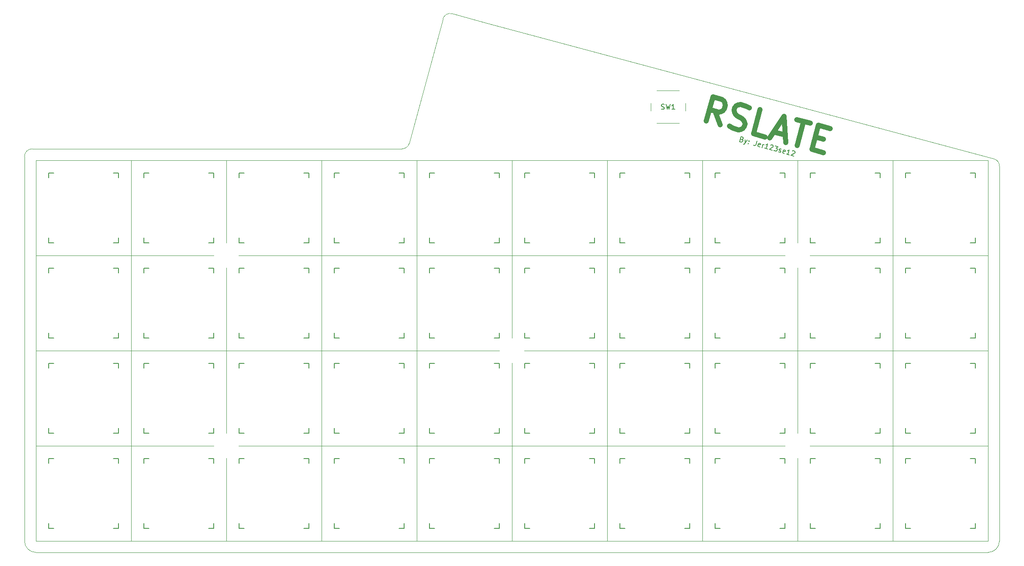
<source format=gto>
G04 #@! TF.GenerationSoftware,KiCad,Pcbnew,6.0.7-f9a2dced07~116~ubuntu20.04.1*
G04 #@! TF.CreationDate,2022-09-22T21:47:26+08:00*
G04 #@! TF.ProjectId,V4,56342e6b-6963-4616-945f-706362585858,rev?*
G04 #@! TF.SameCoordinates,Original*
G04 #@! TF.FileFunction,Legend,Top*
G04 #@! TF.FilePolarity,Positive*
%FSLAX46Y46*%
G04 Gerber Fmt 4.6, Leading zero omitted, Abs format (unit mm)*
G04 Created by KiCad (PCBNEW 6.0.7-f9a2dced07~116~ubuntu20.04.1) date 2022-09-22 21:47:26*
%MOMM*%
%LPD*%
G01*
G04 APERTURE LIST*
G04 Aperture macros list*
%AMRotRect*
0 Rectangle, with rotation*
0 The origin of the aperture is its center*
0 $1 length*
0 $2 width*
0 $3 Rotation angle, in degrees counterclockwise*
0 Add horizontal line*
21,1,$1,$2,0,0,$3*%
G04 Aperture macros list end*
G04 #@! TA.AperFunction,Profile*
%ADD10C,0.050000*%
G04 #@! TD*
%ADD11C,1.000000*%
%ADD12C,0.150000*%
%ADD13C,0.120000*%
%ADD14C,1.701800*%
%ADD15C,3.000000*%
%ADD16C,3.987800*%
%ADD17C,2.286000*%
%ADD18C,5.000000*%
%ADD19C,2.000000*%
%ADD20RotRect,1.600000X1.600000X45.000000*%
%ADD21C,1.600000*%
%ADD22C,1.524000*%
G04 APERTURE END LIST*
D10*
X59436000Y-154686000D02*
X59436000Y-78486000D01*
X59436000Y-154686000D02*
G75*
G03*
X61722000Y-156972000I2286000J0D01*
G01*
X134962250Y-76200000D02*
X131178300Y-76200000D01*
X134962250Y-76200047D02*
G75*
G03*
X136434319Y-75070441I-50J1524047D01*
G01*
X60960000Y-76200000D02*
G75*
G03*
X59436000Y-77724000I0J-1524000D01*
G01*
X61722000Y-76200000D02*
X131178300Y-76200000D01*
X61722000Y-76200000D02*
X60960000Y-76200000D01*
X252222000Y-156972000D02*
X61722000Y-156972000D01*
X254507993Y-79667100D02*
G75*
G03*
X253365350Y-78179844I-1523993J11700D01*
G01*
X252222000Y-156972000D02*
G75*
G03*
X254508000Y-154686000I0J2286000D01*
G01*
X59436000Y-77724000D02*
X59436000Y-78486000D01*
X145016441Y-49147744D02*
X151738470Y-50953142D01*
X145016443Y-49147735D02*
G75*
G03*
X143149931Y-50225373I-394443J-1472065D01*
G01*
X254507999Y-79667100D02*
X254508000Y-154686000D01*
X151738470Y-50953142D02*
X253365350Y-78179844D01*
X143149931Y-50225373D02*
X136434319Y-75070441D01*
D11*
X198624355Y-71402224D02*
X197630715Y-68671035D01*
X195864567Y-70662741D02*
X197158663Y-65833112D01*
X198998521Y-66326100D01*
X199396862Y-66679330D01*
X199565221Y-66970936D01*
X199671956Y-67492524D01*
X199487086Y-68182471D01*
X199133856Y-68580812D01*
X198842250Y-68749171D01*
X198320662Y-68855906D01*
X196480803Y-68362917D01*
X200525838Y-71665230D02*
X201154161Y-72080083D01*
X202304073Y-72388201D01*
X202825661Y-72281466D01*
X203117267Y-72113107D01*
X203470497Y-71714766D01*
X203593744Y-71254801D01*
X203487009Y-70733213D01*
X203318650Y-70441607D01*
X202920309Y-70088378D01*
X202062003Y-69611901D01*
X201663662Y-69258672D01*
X201495303Y-68967066D01*
X201388568Y-68445477D01*
X201511815Y-67985513D01*
X201865045Y-67587172D01*
X202156650Y-67418813D01*
X202678239Y-67312078D01*
X203828150Y-67620196D01*
X204456474Y-68035049D01*
X207593667Y-73805544D02*
X205293843Y-73189308D01*
X206587938Y-68359679D01*
X209343302Y-72795391D02*
X211643126Y-73411627D01*
X208513596Y-74052038D02*
X211417568Y-69653774D01*
X211733349Y-74914768D01*
X213947373Y-70331633D02*
X216707161Y-71071116D01*
X214033172Y-75531004D02*
X215327267Y-70701375D01*
X217700802Y-73802305D02*
X219310678Y-74233670D01*
X219322766Y-76948346D02*
X217022943Y-76332110D01*
X218317038Y-71502481D01*
X220616861Y-72118717D01*
D12*
X202999977Y-74311924D02*
X203125642Y-74394894D01*
X203159313Y-74453215D01*
X203180660Y-74557533D01*
X203143686Y-74695522D01*
X203073040Y-74775191D01*
X203014719Y-74808862D01*
X202910401Y-74830209D01*
X202542430Y-74731612D01*
X202801249Y-73765686D01*
X203123224Y-73851959D01*
X203202892Y-73922605D01*
X203236564Y-73980926D01*
X203257911Y-74085244D01*
X203233262Y-74177237D01*
X203162616Y-74256905D01*
X203104295Y-74290577D01*
X202999977Y-74311924D01*
X202678002Y-74225651D01*
X203588909Y-74321831D02*
X203646345Y-75027405D01*
X204048873Y-74445078D02*
X203646345Y-75027405D01*
X203492728Y-75232738D01*
X203434407Y-75266410D01*
X203330090Y-75287757D01*
X204268948Y-75095633D02*
X204302620Y-75153955D01*
X204244299Y-75187626D01*
X204210627Y-75129305D01*
X204268948Y-75095633D01*
X204244299Y-75187626D01*
X204404520Y-74589672D02*
X204438192Y-74647993D01*
X204379871Y-74681665D01*
X204346199Y-74623344D01*
X204404520Y-74589672D01*
X204379871Y-74681665D01*
X205975005Y-74616091D02*
X205790134Y-75306038D01*
X205707164Y-75431703D01*
X205590521Y-75499047D01*
X205440207Y-75508069D01*
X205348214Y-75483419D01*
X206556447Y-75757866D02*
X206452129Y-75779213D01*
X206268144Y-75729914D01*
X206188475Y-75659268D01*
X206167128Y-75554950D01*
X206265726Y-75186978D01*
X206336372Y-75107310D01*
X206440690Y-75085963D01*
X206624676Y-75135262D01*
X206704344Y-75205908D01*
X206725691Y-75310226D01*
X206701041Y-75402219D01*
X206216427Y-75370964D01*
X207004087Y-75927109D02*
X207176633Y-75283159D01*
X207127334Y-75467145D02*
X207197980Y-75387476D01*
X207256301Y-75353805D01*
X207360619Y-75332458D01*
X207452612Y-75357107D01*
X208108002Y-76222902D02*
X207556045Y-76075006D01*
X207832024Y-76148954D02*
X208090843Y-75183028D01*
X207961875Y-75296368D01*
X207845233Y-75363712D01*
X207740915Y-75385059D01*
X208710144Y-75447567D02*
X208768465Y-75413896D01*
X208872783Y-75392549D01*
X209102765Y-75454172D01*
X209182433Y-75524818D01*
X209216105Y-75583139D01*
X209237452Y-75687457D01*
X209212802Y-75779450D01*
X209129832Y-75905114D01*
X208429978Y-76309175D01*
X209027932Y-76469397D01*
X209608726Y-75589744D02*
X210206680Y-75749965D01*
X209786107Y-76031664D01*
X209924096Y-76068638D01*
X210003765Y-76139284D01*
X210037436Y-76197605D01*
X210058783Y-76301923D01*
X209997160Y-76531905D01*
X209926514Y-76611573D01*
X209868193Y-76645245D01*
X209763875Y-76666592D01*
X209487896Y-76592644D01*
X209408228Y-76521998D01*
X209374556Y-76463677D01*
X210328158Y-76768492D02*
X210407826Y-76839138D01*
X210591812Y-76888437D01*
X210696129Y-76867090D01*
X210766775Y-76787422D01*
X210779100Y-76741425D01*
X210757753Y-76637108D01*
X210678085Y-76566462D01*
X210540095Y-76529488D01*
X210460427Y-76458842D01*
X210439080Y-76354524D01*
X210451405Y-76308528D01*
X210522051Y-76228859D01*
X210626368Y-76207512D01*
X210764358Y-76244487D01*
X210844026Y-76315132D01*
X211524066Y-77088935D02*
X211419748Y-77110282D01*
X211235762Y-77060983D01*
X211156094Y-76990337D01*
X211134747Y-76886020D01*
X211233345Y-76518048D01*
X211303991Y-76438380D01*
X211408308Y-76417033D01*
X211592294Y-76466331D01*
X211671962Y-76536977D01*
X211693309Y-76641295D01*
X211668660Y-76733288D01*
X211184046Y-76702034D01*
X212477667Y-77393751D02*
X211925709Y-77245854D01*
X212201688Y-77319802D02*
X212460507Y-76353876D01*
X212331540Y-76467216D01*
X212214898Y-76534560D01*
X212110580Y-76555907D01*
X213079808Y-76618415D02*
X213138129Y-76584744D01*
X213242447Y-76563397D01*
X213472429Y-76625020D01*
X213552098Y-76695666D01*
X213585769Y-76753987D01*
X213607116Y-76858305D01*
X213582467Y-76950298D01*
X213499496Y-77075963D01*
X212799642Y-77480024D01*
X213397596Y-77640245D01*
X186880666Y-68222761D02*
X187023523Y-68270380D01*
X187261619Y-68270380D01*
X187356857Y-68222761D01*
X187404476Y-68175142D01*
X187452095Y-68079904D01*
X187452095Y-67984666D01*
X187404476Y-67889428D01*
X187356857Y-67841809D01*
X187261619Y-67794190D01*
X187071142Y-67746571D01*
X186975904Y-67698952D01*
X186928285Y-67651333D01*
X186880666Y-67556095D01*
X186880666Y-67460857D01*
X186928285Y-67365619D01*
X186975904Y-67318000D01*
X187071142Y-67270380D01*
X187309238Y-67270380D01*
X187452095Y-67318000D01*
X187785428Y-67270380D02*
X188023523Y-68270380D01*
X188214000Y-67556095D01*
X188404476Y-68270380D01*
X188642571Y-67270380D01*
X189547333Y-68270380D02*
X188975904Y-68270380D01*
X189261619Y-68270380D02*
X189261619Y-67270380D01*
X189166380Y-67413238D01*
X189071142Y-67508476D01*
X188975904Y-67556095D01*
X230647000Y-138161000D02*
X229647000Y-138161000D01*
X229647000Y-152161000D02*
X230647000Y-152161000D01*
X216647000Y-139161000D02*
X216647000Y-138161000D01*
X230647000Y-151161000D02*
X230647000Y-152161000D01*
X230647000Y-138161000D02*
X230647000Y-139161000D01*
D13*
X233172000Y-154686000D02*
X214122000Y-154686000D01*
X214122000Y-154686000D02*
X214122000Y-135636000D01*
X214122000Y-135636000D02*
X233172000Y-135636000D01*
D12*
X216647000Y-152161000D02*
X217647000Y-152161000D01*
X230647000Y-152161000D02*
X229647000Y-152161000D01*
D13*
X233172000Y-135636000D02*
X233172000Y-154686000D01*
D12*
X217647000Y-138161000D02*
X216647000Y-138161000D01*
X216647000Y-152161000D02*
X216647000Y-151161000D01*
X217647001Y-100061000D02*
X216647001Y-100061000D01*
X230647001Y-113061000D02*
X230647001Y-114061000D01*
D13*
X233172001Y-116586000D02*
X214122001Y-116586000D01*
X214122001Y-97536000D02*
X233172001Y-97536000D01*
D12*
X230647001Y-100061000D02*
X229647001Y-100061000D01*
D13*
X233172001Y-97536000D02*
X233172001Y-116586000D01*
D12*
X216647001Y-101061000D02*
X216647001Y-100061000D01*
X216647001Y-114061000D02*
X216647001Y-113061000D01*
D13*
X214122001Y-116586000D02*
X214122001Y-97536000D01*
D12*
X216647001Y-114061000D02*
X217647001Y-114061000D01*
X230647001Y-100061000D02*
X230647001Y-101061000D01*
X230647001Y-114061000D02*
X229647001Y-114061000D01*
X229647001Y-114061000D02*
X230647001Y-114061000D01*
D13*
X156972000Y-97536000D02*
X156972000Y-116586000D01*
D12*
X140447000Y-101061000D02*
X140447000Y-100061000D01*
X140447000Y-114061000D02*
X141447000Y-114061000D01*
X154447000Y-113061000D02*
X154447000Y-114061000D01*
D13*
X137922000Y-116586000D02*
X137922000Y-97536000D01*
X156972000Y-116586000D02*
X137922000Y-116586000D01*
D12*
X140447000Y-114061000D02*
X140447000Y-113061000D01*
X154447000Y-114061000D02*
X153447000Y-114061000D01*
X154447000Y-100061000D02*
X153447000Y-100061000D01*
D13*
X137922000Y-97536000D02*
X156972000Y-97536000D01*
D12*
X154447000Y-100061000D02*
X154447000Y-101061000D01*
X141447000Y-100061000D02*
X140447000Y-100061000D01*
X153447000Y-114061000D02*
X154447000Y-114061000D01*
X248697000Y-152161000D02*
X249697000Y-152161000D01*
D13*
X252222000Y-154686000D02*
X233172000Y-154686000D01*
D12*
X235697000Y-139161000D02*
X235697000Y-138161000D01*
X236697000Y-138161000D02*
X235697000Y-138161000D01*
D13*
X252222000Y-135636000D02*
X252222000Y-154686000D01*
X233172000Y-154686000D02*
X233172000Y-135636000D01*
D12*
X249697000Y-152161000D02*
X248697000Y-152161000D01*
X249697000Y-138161000D02*
X248697000Y-138161000D01*
X249697000Y-151161000D02*
X249697000Y-152161000D01*
X235697000Y-152161000D02*
X236697000Y-152161000D01*
X249697000Y-138161000D02*
X249697000Y-139161000D01*
X235697000Y-152161000D02*
X235697000Y-151161000D01*
D13*
X233172000Y-135636000D02*
X252222000Y-135636000D01*
D12*
X135397000Y-81011000D02*
X135397000Y-82011000D01*
D13*
X118872000Y-97536000D02*
X118872000Y-78486000D01*
X118872000Y-78486000D02*
X137922000Y-78486000D01*
D12*
X121397000Y-95011000D02*
X122397000Y-95011000D01*
X134397000Y-95011000D02*
X135397000Y-95011000D01*
D13*
X137922000Y-78486000D02*
X137922000Y-97536000D01*
D12*
X121397000Y-82011000D02*
X121397000Y-81011000D01*
X135397000Y-81011000D02*
X134397000Y-81011000D01*
X135397000Y-95011000D02*
X134397000Y-95011000D01*
X121397000Y-95011000D02*
X121397000Y-94011000D01*
X135397000Y-94011000D02*
X135397000Y-95011000D01*
D13*
X137922000Y-97536000D02*
X118872000Y-97536000D01*
D12*
X122397000Y-81011000D02*
X121397000Y-81011000D01*
D13*
X118872000Y-116586000D02*
X137922000Y-116586000D01*
D12*
X135397000Y-119111000D02*
X135397000Y-120111000D01*
X134397000Y-133111000D02*
X135397000Y-133111000D01*
X121397000Y-120111000D02*
X121397000Y-119111000D01*
X135397000Y-133111000D02*
X134397000Y-133111000D01*
X135397000Y-119111000D02*
X134397000Y-119111000D01*
D13*
X137922000Y-135636000D02*
X118872000Y-135636000D01*
D12*
X122397000Y-119111000D02*
X121397000Y-119111000D01*
X135397000Y-132111000D02*
X135397000Y-133111000D01*
X121397000Y-133111000D02*
X122397000Y-133111000D01*
D13*
X137922000Y-116586000D02*
X137922000Y-135636000D01*
X118872000Y-135636000D02*
X118872000Y-116586000D01*
D12*
X121397000Y-133111000D02*
X121397000Y-132111000D01*
X135397000Y-138161000D02*
X134397000Y-138161000D01*
D13*
X137922000Y-154686000D02*
X118872000Y-154686000D01*
D12*
X121397000Y-152161000D02*
X121397000Y-151161000D01*
X135397000Y-138161000D02*
X135397000Y-139161000D01*
X121397000Y-152161000D02*
X122397000Y-152161000D01*
X121397000Y-139161000D02*
X121397000Y-138161000D01*
D13*
X118872000Y-135636000D02*
X137922000Y-135636000D01*
D12*
X135397000Y-152161000D02*
X134397000Y-152161000D01*
D13*
X118872000Y-154686000D02*
X118872000Y-135636000D01*
D12*
X135397000Y-151161000D02*
X135397000Y-152161000D01*
X134397000Y-152161000D02*
X135397000Y-152161000D01*
D13*
X137922000Y-135636000D02*
X137922000Y-154686000D01*
D12*
X122397000Y-138161000D02*
X121397000Y-138161000D01*
X178547000Y-95011000D02*
X179547000Y-95011000D01*
X192547000Y-81011000D02*
X191547000Y-81011000D01*
D13*
X195072000Y-78486000D02*
X195072000Y-97536000D01*
X195072000Y-97536000D02*
X176022000Y-97536000D01*
D12*
X192547000Y-81011000D02*
X192547000Y-82011000D01*
X179547000Y-81011000D02*
X178547000Y-81011000D01*
D13*
X176022000Y-78486000D02*
X195072000Y-78486000D01*
D12*
X178547000Y-95011000D02*
X178547000Y-94011000D01*
X178547000Y-82011000D02*
X178547000Y-81011000D01*
X191547000Y-95011000D02*
X192547000Y-95011000D01*
X192547000Y-95011000D02*
X191547000Y-95011000D01*
X192547000Y-94011000D02*
X192547000Y-95011000D01*
D13*
X176022000Y-97536000D02*
X176022000Y-78486000D01*
D12*
X178547000Y-114061000D02*
X178547000Y-113061000D01*
X192547000Y-113061000D02*
X192547000Y-114061000D01*
X191547000Y-114061000D02*
X192547000Y-114061000D01*
D13*
X176022000Y-97536000D02*
X195072000Y-97536000D01*
X195072000Y-97536000D02*
X195072000Y-116586000D01*
D12*
X192547000Y-114061000D02*
X191547000Y-114061000D01*
X192547000Y-100061000D02*
X192547000Y-101061000D01*
X192547000Y-100061000D02*
X191547000Y-100061000D01*
X178547000Y-101061000D02*
X178547000Y-100061000D01*
X179547000Y-100061000D02*
X178547000Y-100061000D01*
D13*
X176022000Y-116586000D02*
X176022000Y-97536000D01*
D12*
X178547000Y-114061000D02*
X179547000Y-114061000D01*
D13*
X195072000Y-116586000D02*
X176022000Y-116586000D01*
X195072000Y-78486000D02*
X214122000Y-78486000D01*
D12*
X211597000Y-81011000D02*
X210597000Y-81011000D01*
X211597000Y-95011000D02*
X210597000Y-95011000D01*
D13*
X195072000Y-97536000D02*
X195072000Y-78486000D01*
D12*
X197597000Y-95011000D02*
X198597000Y-95011000D01*
X197597000Y-95011000D02*
X197597000Y-94011000D01*
X197597000Y-82011000D02*
X197597000Y-81011000D01*
D13*
X214122000Y-78486000D02*
X214122000Y-97536000D01*
D12*
X211597000Y-81011000D02*
X211597000Y-82011000D01*
X198597000Y-81011000D02*
X197597000Y-81011000D01*
D13*
X214122000Y-97536000D02*
X195072000Y-97536000D01*
D12*
X210597000Y-95011000D02*
X211597000Y-95011000D01*
X211597000Y-94011000D02*
X211597000Y-95011000D01*
X154447000Y-119111000D02*
X154447000Y-120111000D01*
D13*
X137922000Y-116586000D02*
X156972000Y-116586000D01*
X156972000Y-135636000D02*
X137922000Y-135636000D01*
X156972000Y-116586000D02*
X156972000Y-135636000D01*
D12*
X154447000Y-133111000D02*
X153447000Y-133111000D01*
X140447000Y-120111000D02*
X140447000Y-119111000D01*
D13*
X137922000Y-135636000D02*
X137922000Y-116586000D01*
D12*
X154447000Y-119111000D02*
X153447000Y-119111000D01*
X140447000Y-133111000D02*
X141447000Y-133111000D01*
X153447000Y-133111000D02*
X154447000Y-133111000D01*
X141447000Y-119111000D02*
X140447000Y-119111000D01*
X154447000Y-132111000D02*
X154447000Y-133111000D01*
X140447000Y-133111000D02*
X140447000Y-132111000D01*
X116347001Y-100061000D02*
X115347001Y-100061000D01*
X102347001Y-114061000D02*
X103347001Y-114061000D01*
D13*
X118872001Y-97536000D02*
X118872001Y-116586000D01*
D12*
X116347001Y-114061000D02*
X115347001Y-114061000D01*
D13*
X118872001Y-116586000D02*
X99822001Y-116586000D01*
D12*
X116347001Y-100061000D02*
X116347001Y-101061000D01*
X102347001Y-114061000D02*
X102347001Y-113061000D01*
X116347001Y-113061000D02*
X116347001Y-114061000D01*
X115347001Y-114061000D02*
X116347001Y-114061000D01*
D13*
X99822001Y-97536000D02*
X118872001Y-97536000D01*
X99822001Y-116586000D02*
X99822001Y-97536000D01*
D12*
X103347001Y-100061000D02*
X102347001Y-100061000D01*
X102347001Y-101061000D02*
X102347001Y-100061000D01*
X236697000Y-119111000D02*
X235697000Y-119111000D01*
X235697000Y-120111000D02*
X235697000Y-119111000D01*
X248697000Y-133111000D02*
X249697000Y-133111000D01*
X235697000Y-133111000D02*
X235697000Y-132111000D01*
X249697000Y-132111000D02*
X249697000Y-133111000D01*
X249697000Y-119111000D02*
X249697000Y-120111000D01*
D13*
X233172000Y-135636000D02*
X233172000Y-116586000D01*
X233172000Y-116586000D02*
X252222000Y-116586000D01*
D12*
X249697000Y-133111000D02*
X248697000Y-133111000D01*
X249697000Y-119111000D02*
X248697000Y-119111000D01*
X235697000Y-133111000D02*
X236697000Y-133111000D01*
D13*
X252222000Y-116586000D02*
X252222000Y-135636000D01*
X252222000Y-135636000D02*
X233172000Y-135636000D01*
X99822000Y-135636001D02*
X80772000Y-135636001D01*
D12*
X97297000Y-133111001D02*
X96297000Y-133111001D01*
D13*
X99822000Y-116586001D02*
X99822000Y-135636001D01*
D12*
X83297000Y-133111001D02*
X83297000Y-132111001D01*
X96297000Y-133111001D02*
X97297000Y-133111001D01*
X83297000Y-133111001D02*
X84297000Y-133111001D01*
D13*
X80772000Y-135636001D02*
X80772000Y-116586001D01*
D12*
X84297000Y-119111001D02*
X83297000Y-119111001D01*
X83297000Y-120111001D02*
X83297000Y-119111001D01*
X97297000Y-119111001D02*
X96297000Y-119111001D01*
D13*
X80772000Y-116586001D02*
X99822000Y-116586001D01*
D12*
X97297000Y-132111001D02*
X97297000Y-133111001D01*
X97297000Y-119111001D02*
X97297000Y-120111001D01*
X116347000Y-138161000D02*
X115347000Y-138161000D01*
X116347000Y-152161000D02*
X115347000Y-152161000D01*
X115347000Y-152161000D02*
X116347000Y-152161000D01*
X102347000Y-152161000D02*
X103347000Y-152161000D01*
D13*
X99822000Y-135636000D02*
X118872000Y-135636000D01*
D12*
X103347000Y-138161000D02*
X102347000Y-138161000D01*
D13*
X118872000Y-154686000D02*
X99822000Y-154686000D01*
X118872000Y-135636000D02*
X118872000Y-154686000D01*
X99822000Y-154686000D02*
X99822000Y-135636000D01*
D12*
X116347000Y-138161000D02*
X116347000Y-139161000D01*
X102347000Y-139161000D02*
X102347000Y-138161000D01*
X116347000Y-151161000D02*
X116347000Y-152161000D01*
X102347000Y-152161000D02*
X102347000Y-151161000D01*
X102347000Y-95011000D02*
X103347000Y-95011000D01*
X116347000Y-81011000D02*
X115347000Y-81011000D01*
X116347000Y-95011000D02*
X115347000Y-95011000D01*
X102347000Y-95011000D02*
X102347000Y-94011000D01*
X103347000Y-81011000D02*
X102347000Y-81011000D01*
X116347000Y-94011000D02*
X116347000Y-95011000D01*
D13*
X118872000Y-97536000D02*
X99822000Y-97536000D01*
X99822000Y-78486000D02*
X118872000Y-78486000D01*
X99822000Y-97536000D02*
X99822000Y-78486000D01*
D12*
X116347000Y-81011000D02*
X116347000Y-82011000D01*
X115347000Y-95011000D02*
X116347000Y-95011000D01*
D13*
X118872000Y-78486000D02*
X118872000Y-97536000D01*
D12*
X102347000Y-82011000D02*
X102347000Y-81011000D01*
X83297000Y-139161000D02*
X83297000Y-138161000D01*
X83297000Y-152161000D02*
X84297000Y-152161000D01*
D13*
X80772000Y-154686000D02*
X80772000Y-135636000D01*
D12*
X96297000Y-152161000D02*
X97297000Y-152161000D01*
X97297000Y-138161000D02*
X96297000Y-138161000D01*
D13*
X80772000Y-135636000D02*
X99822000Y-135636000D01*
D12*
X84297000Y-138161000D02*
X83297000Y-138161000D01*
X97297000Y-151161000D02*
X97297000Y-152161000D01*
X83297000Y-152161000D02*
X83297000Y-151161000D01*
D13*
X99822000Y-135636000D02*
X99822000Y-154686000D01*
D12*
X97297000Y-138161000D02*
X97297000Y-139161000D01*
X97297000Y-152161000D02*
X96297000Y-152161000D01*
D13*
X99822000Y-154686000D02*
X80772000Y-154686000D01*
X233172000Y-78486000D02*
X252222000Y-78486000D01*
D12*
X235697000Y-95011000D02*
X236697000Y-95011000D01*
D13*
X252222000Y-97536000D02*
X233172000Y-97536000D01*
D12*
X235697000Y-95011000D02*
X235697000Y-94011000D01*
X248697000Y-95011000D02*
X249697000Y-95011000D01*
X249697000Y-81011000D02*
X249697000Y-82011000D01*
X236697000Y-81011000D02*
X235697000Y-81011000D01*
D13*
X233172000Y-97536000D02*
X233172000Y-78486000D01*
D12*
X249697000Y-94011000D02*
X249697000Y-95011000D01*
X249697000Y-81011000D02*
X248697000Y-81011000D01*
D13*
X252222000Y-78486000D02*
X252222000Y-97536000D01*
D12*
X235697000Y-82011000D02*
X235697000Y-81011000D01*
X249697000Y-95011000D02*
X248697000Y-95011000D01*
X173497000Y-133111000D02*
X172497000Y-133111000D01*
X160497000Y-119111000D02*
X159497000Y-119111000D01*
D13*
X156972000Y-135636000D02*
X156972000Y-116586000D01*
D12*
X173497000Y-132111000D02*
X173497000Y-133111000D01*
X159497000Y-133111000D02*
X160497000Y-133111000D01*
D13*
X176022000Y-135636000D02*
X156972000Y-135636000D01*
X156972000Y-116586000D02*
X176022000Y-116586000D01*
X176022000Y-116586000D02*
X176022000Y-135636000D01*
D12*
X159497000Y-120111000D02*
X159497000Y-119111000D01*
X159497000Y-133111000D02*
X159497000Y-132111000D01*
X173497000Y-119111000D02*
X173497000Y-120111000D01*
X173497000Y-119111000D02*
X172497000Y-119111000D01*
X172497000Y-133111000D02*
X173497000Y-133111000D01*
X154447000Y-81011000D02*
X154447000Y-82011000D01*
X140447000Y-95011000D02*
X141447000Y-95011000D01*
D13*
X137922000Y-78486000D02*
X156972000Y-78486000D01*
D12*
X153447000Y-95011000D02*
X154447000Y-95011000D01*
D13*
X137922000Y-97536000D02*
X137922000Y-78486000D01*
D12*
X140447000Y-95011000D02*
X140447000Y-94011000D01*
D13*
X156972000Y-97536000D02*
X137922000Y-97536000D01*
X156972000Y-78486000D02*
X156972000Y-97536000D01*
D12*
X154447000Y-95011000D02*
X153447000Y-95011000D01*
X140447000Y-82011000D02*
X140447000Y-81011000D01*
X154447000Y-81011000D02*
X153447000Y-81011000D01*
X154447000Y-94011000D02*
X154447000Y-95011000D01*
X141447000Y-81011000D02*
X140447000Y-81011000D01*
D13*
X156972000Y-135636000D02*
X156972000Y-154686000D01*
D12*
X140447000Y-152161000D02*
X140447000Y-151161000D01*
X154447000Y-151161000D02*
X154447000Y-152161000D01*
D13*
X137922000Y-135636000D02*
X156972000Y-135636000D01*
D12*
X154447000Y-138161000D02*
X154447000Y-139161000D01*
X141447000Y-138161000D02*
X140447000Y-138161000D01*
X140447000Y-139161000D02*
X140447000Y-138161000D01*
X153447000Y-152161000D02*
X154447000Y-152161000D01*
D13*
X156972000Y-154686000D02*
X137922000Y-154686000D01*
D12*
X154447000Y-138161000D02*
X153447000Y-138161000D01*
X154447000Y-152161000D02*
X153447000Y-152161000D01*
D13*
X137922000Y-154686000D02*
X137922000Y-135636000D01*
D12*
X140447000Y-152161000D02*
X141447000Y-152161000D01*
X97296999Y-114061000D02*
X96296999Y-114061000D01*
X96296999Y-114061000D02*
X97296999Y-114061000D01*
X97296999Y-113061000D02*
X97296999Y-114061000D01*
X83296999Y-114061000D02*
X83296999Y-113061000D01*
D13*
X80771999Y-97536000D02*
X99821999Y-97536000D01*
D12*
X97296999Y-100061000D02*
X96296999Y-100061000D01*
D13*
X99821999Y-97536000D02*
X99821999Y-116586000D01*
X80771999Y-116586000D02*
X80771999Y-97536000D01*
D12*
X97296999Y-100061000D02*
X97296999Y-101061000D01*
X83296999Y-101061000D02*
X83296999Y-100061000D01*
X83296999Y-114061000D02*
X84296999Y-114061000D01*
X84296999Y-100061000D02*
X83296999Y-100061000D01*
D13*
X99821999Y-116586000D02*
X80771999Y-116586000D01*
D12*
X173497000Y-151161000D02*
X173497000Y-152161000D01*
D13*
X176022000Y-154686000D02*
X156972000Y-154686000D01*
D12*
X160497000Y-138161000D02*
X159497000Y-138161000D01*
X159497000Y-152161000D02*
X159497000Y-151161000D01*
X159497000Y-152161000D02*
X160497000Y-152161000D01*
X159497000Y-139161000D02*
X159497000Y-138161000D01*
X173497000Y-138161000D02*
X173497000Y-139161000D01*
X173497000Y-138161000D02*
X172497000Y-138161000D01*
D13*
X176022000Y-135636000D02*
X176022000Y-154686000D01*
X156972000Y-135636000D02*
X176022000Y-135636000D01*
D12*
X172497000Y-152161000D02*
X173497000Y-152161000D01*
X173497000Y-152161000D02*
X172497000Y-152161000D01*
D13*
X156972000Y-154686000D02*
X156972000Y-135636000D01*
D12*
X192547000Y-138161000D02*
X192547000Y-139161000D01*
D13*
X195072000Y-154686000D02*
X176022000Y-154686000D01*
D12*
X178547000Y-139161000D02*
X178547000Y-138161000D01*
X179547000Y-138161000D02*
X178547000Y-138161000D01*
X191547000Y-152161000D02*
X192547000Y-152161000D01*
D13*
X195072000Y-135636000D02*
X195072000Y-154686000D01*
X176022000Y-154686000D02*
X176022000Y-135636000D01*
D12*
X192547000Y-138161000D02*
X191547000Y-138161000D01*
D13*
X176022000Y-135636000D02*
X195072000Y-135636000D01*
D12*
X192547000Y-151161000D02*
X192547000Y-152161000D01*
X192547000Y-152161000D02*
X191547000Y-152161000D01*
X178547000Y-152161000D02*
X179547000Y-152161000D01*
X178547000Y-152161000D02*
X178547000Y-151161000D01*
X121397000Y-114061000D02*
X122397000Y-114061000D01*
X121397000Y-114061000D02*
X121397000Y-113061000D01*
D13*
X118872000Y-97536000D02*
X137922000Y-97536000D01*
D12*
X135397000Y-100061000D02*
X135397000Y-101061000D01*
D13*
X137922000Y-97536000D02*
X137922000Y-116586000D01*
D12*
X135397000Y-113061000D02*
X135397000Y-114061000D01*
X122397000Y-100061000D02*
X121397000Y-100061000D01*
D13*
X118872000Y-116586000D02*
X118872000Y-97536000D01*
D12*
X135397000Y-114061000D02*
X134397000Y-114061000D01*
X121397000Y-101061000D02*
X121397000Y-100061000D01*
D13*
X137922000Y-116586000D02*
X118872000Y-116586000D01*
D12*
X134397000Y-114061000D02*
X135397000Y-114061000D01*
X135397000Y-100061000D02*
X134397000Y-100061000D01*
X97297000Y-81011000D02*
X97297000Y-82011000D01*
X96297000Y-95011000D02*
X97297000Y-95011000D01*
X83297000Y-82011000D02*
X83297000Y-81011000D01*
D13*
X80772000Y-97536000D02*
X80772000Y-78486000D01*
D12*
X97297000Y-81011000D02*
X96297000Y-81011000D01*
X97297000Y-95011000D02*
X96297000Y-95011000D01*
D13*
X80772000Y-78486000D02*
X99822000Y-78486000D01*
D12*
X97297000Y-94011000D02*
X97297000Y-95011000D01*
X84297000Y-81011000D02*
X83297000Y-81011000D01*
X83297000Y-95011000D02*
X83297000Y-94011000D01*
D13*
X99822000Y-78486000D02*
X99822000Y-97536000D01*
D12*
X83297000Y-95011000D02*
X84297000Y-95011000D01*
D13*
X99822000Y-97536000D02*
X80772000Y-97536000D01*
D12*
X197597000Y-152161000D02*
X197597000Y-151161000D01*
X211597000Y-138161000D02*
X211597000Y-139161000D01*
X198597000Y-138161000D02*
X197597000Y-138161000D01*
X210597000Y-152161000D02*
X211597000Y-152161000D01*
X211597000Y-152161000D02*
X210597000Y-152161000D01*
D13*
X214122000Y-154686000D02*
X195072000Y-154686000D01*
X195072000Y-154686000D02*
X195072000Y-135636000D01*
D12*
X197597000Y-139161000D02*
X197597000Y-138161000D01*
X211597000Y-138161000D02*
X210597000Y-138161000D01*
D13*
X195072000Y-135636000D02*
X214122000Y-135636000D01*
D12*
X197597000Y-152161000D02*
X198597000Y-152161000D01*
X211597000Y-151161000D02*
X211597000Y-152161000D01*
D13*
X214122000Y-135636000D02*
X214122000Y-154686000D01*
D12*
X235697000Y-114061000D02*
X235697000Y-113061000D01*
X235697000Y-114061000D02*
X236697000Y-114061000D01*
X236697000Y-100061000D02*
X235697000Y-100061000D01*
D13*
X252222000Y-97536000D02*
X252222000Y-116586000D01*
X252222000Y-116586000D02*
X233172000Y-116586000D01*
D12*
X248697000Y-114061000D02*
X249697000Y-114061000D01*
D13*
X233172000Y-116586000D02*
X233172000Y-97536000D01*
D12*
X235697000Y-101061000D02*
X235697000Y-100061000D01*
X249697000Y-114061000D02*
X248697000Y-114061000D01*
X249697000Y-113061000D02*
X249697000Y-114061000D01*
X249697000Y-100061000D02*
X249697000Y-101061000D01*
X249697000Y-100061000D02*
X248697000Y-100061000D01*
D13*
X233172000Y-97536000D02*
X252222000Y-97536000D01*
D12*
X159497000Y-114061000D02*
X160497000Y-114061000D01*
X173497000Y-113061000D02*
X173497000Y-114061000D01*
D13*
X156972000Y-116586000D02*
X156972000Y-97536000D01*
X176022000Y-97536000D02*
X176022000Y-116586000D01*
D12*
X173497000Y-100061000D02*
X173497000Y-101061000D01*
X160497000Y-100061000D02*
X159497000Y-100061000D01*
D13*
X156972000Y-97536000D02*
X176022000Y-97536000D01*
D12*
X159497000Y-101061000D02*
X159497000Y-100061000D01*
X159497000Y-114061000D02*
X159497000Y-113061000D01*
X173497000Y-100061000D02*
X172497000Y-100061000D01*
X172497000Y-114061000D02*
X173497000Y-114061000D01*
D13*
X176022000Y-116586000D02*
X156972000Y-116586000D01*
D12*
X173497000Y-114061000D02*
X172497000Y-114061000D01*
X173497000Y-95011000D02*
X172497000Y-95011000D01*
X160497000Y-81011000D02*
X159497000Y-81011000D01*
X172497000Y-95011000D02*
X173497000Y-95011000D01*
D13*
X156972000Y-78486000D02*
X176022000Y-78486000D01*
D12*
X173497000Y-94011000D02*
X173497000Y-95011000D01*
X159497000Y-95011000D02*
X160497000Y-95011000D01*
D13*
X176022000Y-97536000D02*
X156972000Y-97536000D01*
D12*
X159497000Y-95011000D02*
X159497000Y-94011000D01*
X159497000Y-82011000D02*
X159497000Y-81011000D01*
D13*
X156972000Y-97536000D02*
X156972000Y-78486000D01*
D12*
X173497000Y-81011000D02*
X173497000Y-82011000D01*
X173497000Y-81011000D02*
X172497000Y-81011000D01*
D13*
X176022000Y-78486000D02*
X176022000Y-97536000D01*
D12*
X197597000Y-133111001D02*
X197597000Y-132111001D01*
X211597000Y-133111001D02*
X210597000Y-133111001D01*
D13*
X214122000Y-116586001D02*
X214122000Y-135636001D01*
D12*
X197597000Y-120111001D02*
X197597000Y-119111001D01*
D13*
X195072000Y-135636001D02*
X195072000Y-116586001D01*
X214122000Y-135636001D02*
X195072000Y-135636001D01*
D12*
X211597000Y-119111001D02*
X210597000Y-119111001D01*
X211597000Y-119111001D02*
X211597000Y-120111001D01*
X198597000Y-119111001D02*
X197597000Y-119111001D01*
D13*
X195072000Y-116586001D02*
X214122000Y-116586001D01*
D12*
X197597000Y-133111001D02*
X198597000Y-133111001D01*
X210597000Y-133111001D02*
X211597000Y-133111001D01*
X211597000Y-132111001D02*
X211597000Y-133111001D01*
X102347000Y-133111001D02*
X102347000Y-132111001D01*
D13*
X118872000Y-116586001D02*
X118872000Y-135636001D01*
D12*
X116347000Y-119111001D02*
X115347000Y-119111001D01*
D13*
X99822000Y-116586001D02*
X118872000Y-116586001D01*
D12*
X102347000Y-120111001D02*
X102347000Y-119111001D01*
X116347000Y-132111001D02*
X116347000Y-133111001D01*
X116347000Y-133111001D02*
X115347000Y-133111001D01*
D13*
X99822000Y-135636001D02*
X99822000Y-116586001D01*
D12*
X116347000Y-119111001D02*
X116347000Y-120111001D01*
X103347000Y-119111001D02*
X102347000Y-119111001D01*
D13*
X118872000Y-135636001D02*
X99822000Y-135636001D01*
D12*
X115347000Y-133111001D02*
X116347000Y-133111001D01*
X102347000Y-133111001D02*
X103347000Y-133111001D01*
X230647000Y-119111001D02*
X229647000Y-119111001D01*
D13*
X214122000Y-116586001D02*
X233172000Y-116586001D01*
D12*
X230647000Y-132111001D02*
X230647000Y-133111001D01*
X217647000Y-119111001D02*
X216647000Y-119111001D01*
D13*
X233172000Y-116586001D02*
X233172000Y-135636001D01*
X214122000Y-135636001D02*
X214122000Y-116586001D01*
D12*
X230647000Y-133111001D02*
X229647000Y-133111001D01*
X229647000Y-133111001D02*
X230647000Y-133111001D01*
X216647000Y-120111001D02*
X216647000Y-119111001D01*
X230647000Y-119111001D02*
X230647000Y-120111001D01*
X216647000Y-133111001D02*
X216647000Y-132111001D01*
X216647000Y-133111001D02*
X217647000Y-133111001D01*
D13*
X233172000Y-135636001D02*
X214122000Y-135636001D01*
D12*
X64247000Y-152161000D02*
X65247000Y-152161000D01*
D13*
X61722000Y-135636000D02*
X80772000Y-135636000D01*
D12*
X78247000Y-152161000D02*
X77247000Y-152161000D01*
D13*
X80772000Y-135636000D02*
X80772000Y-154686000D01*
D12*
X78247000Y-151161000D02*
X78247000Y-152161000D01*
D13*
X80772000Y-154686000D02*
X61722000Y-154686000D01*
D12*
X78247000Y-138161000D02*
X78247000Y-139161000D01*
X78247000Y-138161000D02*
X77247000Y-138161000D01*
X77247000Y-152161000D02*
X78247000Y-152161000D01*
X65247000Y-138161000D02*
X64247000Y-138161000D01*
X64247000Y-152161000D02*
X64247000Y-151161000D01*
X64247000Y-139161000D02*
X64247000Y-138161000D01*
D13*
X61722000Y-154686000D02*
X61722000Y-135636000D01*
X214122000Y-78486000D02*
X233172000Y-78486000D01*
X214122000Y-97536000D02*
X214122000Y-78486000D01*
D12*
X230647000Y-81011000D02*
X229647000Y-81011000D01*
X230647000Y-81011000D02*
X230647000Y-82011000D01*
X217647000Y-81011000D02*
X216647000Y-81011000D01*
D13*
X233172000Y-97536000D02*
X214122000Y-97536000D01*
D12*
X216647000Y-95011000D02*
X217647000Y-95011000D01*
X216647000Y-95011000D02*
X216647000Y-94011000D01*
X216647000Y-82011000D02*
X216647000Y-81011000D01*
X229647000Y-95011000D02*
X230647000Y-95011000D01*
D13*
X233172000Y-78486000D02*
X233172000Y-97536000D01*
D12*
X230647000Y-95011000D02*
X229647000Y-95011000D01*
X230647000Y-94011000D02*
X230647000Y-95011000D01*
X78247000Y-95011000D02*
X77247000Y-95011000D01*
D13*
X80772000Y-97536000D02*
X61722000Y-97536000D01*
D12*
X78247000Y-81011000D02*
X78247000Y-82011000D01*
X64247000Y-82011000D02*
X64247000Y-81011000D01*
D13*
X61722000Y-78486000D02*
X80772000Y-78486000D01*
D12*
X77247000Y-95011000D02*
X78247000Y-95011000D01*
X65247000Y-81011000D02*
X64247000Y-81011000D01*
X64247000Y-95011000D02*
X65247000Y-95011000D01*
X78247000Y-94011000D02*
X78247000Y-95011000D01*
X78247000Y-81011000D02*
X77247000Y-81011000D01*
D13*
X80772000Y-78486000D02*
X80772000Y-97536000D01*
X61722000Y-97536000D02*
X61722000Y-78486000D01*
D12*
X64247000Y-95011000D02*
X64247000Y-94011000D01*
X211596999Y-100061000D02*
X210596999Y-100061000D01*
X197596999Y-101061000D02*
X197596999Y-100061000D01*
X211596999Y-100061000D02*
X211596999Y-101061000D01*
X197596999Y-114061000D02*
X198596999Y-114061000D01*
D13*
X195071999Y-97536000D02*
X214121999Y-97536000D01*
D12*
X210596999Y-114061000D02*
X211596999Y-114061000D01*
X211596999Y-113061000D02*
X211596999Y-114061000D01*
D13*
X214121999Y-97536000D02*
X214121999Y-116586000D01*
D12*
X198596999Y-100061000D02*
X197596999Y-100061000D01*
X197596999Y-114061000D02*
X197596999Y-113061000D01*
X211596999Y-114061000D02*
X210596999Y-114061000D01*
D13*
X214121999Y-116586000D02*
X195071999Y-116586000D01*
X195071999Y-116586000D02*
X195071999Y-97536000D01*
D12*
X191547000Y-133111000D02*
X192547000Y-133111000D01*
D13*
X176022000Y-135636000D02*
X176022000Y-116586000D01*
X195072000Y-116586000D02*
X195072000Y-135636000D01*
X195072000Y-135636000D02*
X176022000Y-135636000D01*
D12*
X192547000Y-132111000D02*
X192547000Y-133111000D01*
X192547000Y-119111000D02*
X191547000Y-119111000D01*
X179547000Y-119111000D02*
X178547000Y-119111000D01*
D13*
X176022000Y-116586000D02*
X195072000Y-116586000D01*
D12*
X178547000Y-133111000D02*
X178547000Y-132111000D01*
X192547000Y-133111000D02*
X191547000Y-133111000D01*
X178547000Y-120111000D02*
X178547000Y-119111000D01*
X178547000Y-133111000D02*
X179547000Y-133111000D01*
X192547000Y-119111000D02*
X192547000Y-120111000D01*
D13*
X80772000Y-135636000D02*
X61722000Y-135636000D01*
D12*
X64247000Y-120111000D02*
X64247000Y-119111000D01*
X78247000Y-133111000D02*
X77247000Y-133111000D01*
X78247000Y-119111000D02*
X77247000Y-119111000D01*
D13*
X61722000Y-116586000D02*
X80772000Y-116586000D01*
D12*
X78247000Y-132111000D02*
X78247000Y-133111000D01*
X64247000Y-133111000D02*
X65247000Y-133111000D01*
D13*
X61722000Y-135636000D02*
X61722000Y-116586000D01*
D12*
X77247000Y-133111000D02*
X78247000Y-133111000D01*
X64247000Y-133111000D02*
X64247000Y-132111000D01*
X65247000Y-119111000D02*
X64247000Y-119111000D01*
D13*
X80772000Y-116586000D02*
X80772000Y-135636000D01*
D12*
X78247000Y-119111000D02*
X78247000Y-120111000D01*
X78247000Y-100061000D02*
X78247000Y-101061000D01*
X64247000Y-101061000D02*
X64247000Y-100061000D01*
D13*
X61722000Y-97536000D02*
X80772000Y-97536000D01*
D12*
X77247000Y-114061000D02*
X78247000Y-114061000D01*
D13*
X80772000Y-116586000D02*
X61722000Y-116586000D01*
D12*
X64247000Y-114061000D02*
X64247000Y-113061000D01*
X78247000Y-114061000D02*
X77247000Y-114061000D01*
D13*
X80772000Y-97536000D02*
X80772000Y-116586000D01*
D12*
X65247000Y-100061000D02*
X64247000Y-100061000D01*
X78247000Y-100061000D02*
X77247000Y-100061000D01*
X78247000Y-113061000D02*
X78247000Y-114061000D01*
X64247000Y-114061000D02*
X65247000Y-114061000D01*
D13*
X61722000Y-116586000D02*
X61722000Y-97536000D01*
X191714000Y-68568000D02*
X191714000Y-67068000D01*
X190464000Y-64568000D02*
X185964000Y-64568000D01*
X185964000Y-71068000D02*
X190464000Y-71068000D01*
X184714000Y-67068000D02*
X184714000Y-68568000D01*
%LPC*%
D14*
X218147000Y-145161000D03*
X218567000Y-145161000D03*
D15*
X218647000Y-148911000D03*
X223647000Y-151111000D03*
D14*
X228727000Y-145161000D03*
X229147000Y-145161000D03*
D16*
X223647000Y-145161000D03*
D17*
X226187000Y-140081000D03*
X219837000Y-142621000D03*
D14*
X229147001Y-107061000D03*
D15*
X218647001Y-110811000D03*
D14*
X228727001Y-107061000D03*
X218147001Y-107061000D03*
X218567001Y-107061000D03*
D16*
X223647001Y-107061000D03*
D15*
X223647001Y-113011000D03*
D17*
X226187001Y-101981000D03*
X219837001Y-104521000D03*
D15*
X142447000Y-110811000D03*
X147447000Y-113011000D03*
D14*
X142367000Y-107061000D03*
X152527000Y-107061000D03*
X141947000Y-107061000D03*
D16*
X147447000Y-107061000D03*
D14*
X152947000Y-107061000D03*
D17*
X149987000Y-101981000D03*
X143637000Y-104521000D03*
D15*
X242697000Y-151111000D03*
D14*
X237197000Y-145161000D03*
X247777000Y-145161000D03*
X237617000Y-145161000D03*
X248197000Y-145161000D03*
D15*
X237697000Y-148911000D03*
D16*
X242697000Y-145161000D03*
D17*
X245237000Y-140081000D03*
X238887000Y-142621000D03*
D15*
X128397000Y-93961000D03*
X123397000Y-91761000D03*
D16*
X128397000Y-88011000D03*
D14*
X133897000Y-88011000D03*
X123317000Y-88011000D03*
X133477000Y-88011000D03*
X122897000Y-88011000D03*
D17*
X130937000Y-82931000D03*
X124587000Y-85471000D03*
D15*
X128397000Y-132061000D03*
X123397000Y-129861000D03*
D14*
X123317000Y-126111000D03*
X133477000Y-126111000D03*
X122897000Y-126111000D03*
D16*
X128397000Y-126111000D03*
D14*
X133897000Y-126111000D03*
D17*
X130937000Y-121031000D03*
X124587000Y-123571000D03*
D18*
X188214000Y-74676000D03*
D14*
X122897000Y-145161000D03*
X133477000Y-145161000D03*
X123317000Y-145161000D03*
X133897000Y-145161000D03*
D16*
X128397000Y-145161000D03*
D15*
X128397000Y-151111000D03*
X123397000Y-148911000D03*
D17*
X130937000Y-140081000D03*
X124587000Y-142621000D03*
D15*
X185547000Y-93961000D03*
X180547000Y-91761000D03*
D14*
X180047000Y-88011000D03*
X190627000Y-88011000D03*
X191047000Y-88011000D03*
D16*
X185547000Y-88011000D03*
D14*
X180467000Y-88011000D03*
D17*
X188087000Y-82931000D03*
X181737000Y-85471000D03*
D14*
X190627000Y-107061000D03*
X180047000Y-107061000D03*
D15*
X185547000Y-113011000D03*
D14*
X191047000Y-107061000D03*
D16*
X185547000Y-107061000D03*
D14*
X180467000Y-107061000D03*
D15*
X180547000Y-110811000D03*
D17*
X188087000Y-101981000D03*
X181737000Y-104521000D03*
D15*
X199597000Y-91761000D03*
D14*
X199097000Y-88011000D03*
D16*
X204597000Y-88011000D03*
D14*
X209677000Y-88011000D03*
D15*
X204597000Y-93961000D03*
D14*
X199517000Y-88011000D03*
X210097000Y-88011000D03*
D17*
X207137000Y-82931000D03*
X200787000Y-85471000D03*
D16*
X147447000Y-126111000D03*
D15*
X147447000Y-132061000D03*
D14*
X152947000Y-126111000D03*
D15*
X142447000Y-129861000D03*
D14*
X141947000Y-126111000D03*
X142367000Y-126111000D03*
X152527000Y-126111000D03*
D17*
X149987000Y-121031000D03*
X143637000Y-123571000D03*
D14*
X104267001Y-107061000D03*
X114427001Y-107061000D03*
X103847001Y-107061000D03*
D15*
X109347001Y-113011000D03*
D14*
X114847001Y-107061000D03*
D16*
X109347001Y-107061000D03*
D15*
X104347001Y-110811000D03*
D17*
X111887001Y-101981000D03*
X105537001Y-104521000D03*
D14*
X237617000Y-126111000D03*
D15*
X237697000Y-129861000D03*
D16*
X242697000Y-126111000D03*
D14*
X247777000Y-126111000D03*
X237197000Y-126111000D03*
D15*
X242697000Y-132061000D03*
D14*
X248197000Y-126111000D03*
D17*
X245237000Y-121031000D03*
X238887000Y-123571000D03*
D15*
X85297000Y-129861001D03*
D14*
X95377000Y-126111001D03*
D16*
X90297000Y-126111001D03*
D14*
X85217000Y-126111001D03*
X84797000Y-126111001D03*
X95797000Y-126111001D03*
D15*
X90297000Y-132061001D03*
D17*
X92837000Y-121031001D03*
X86487000Y-123571001D03*
D15*
X104347000Y-148911000D03*
D16*
X109347000Y-145161000D03*
D15*
X109347000Y-151111000D03*
D14*
X114427000Y-145161000D03*
X114847000Y-145161000D03*
X104267000Y-145161000D03*
X103847000Y-145161000D03*
D17*
X111887000Y-140081000D03*
X105537000Y-142621000D03*
D14*
X104267000Y-88011000D03*
D15*
X109347000Y-93961000D03*
D14*
X103847000Y-88011000D03*
X114847000Y-88011000D03*
X114427000Y-88011000D03*
D15*
X104347000Y-91761000D03*
D16*
X109347000Y-88011000D03*
D17*
X111887000Y-82931000D03*
X105537000Y-85471000D03*
D14*
X95797000Y-145161000D03*
D16*
X90297000Y-145161000D03*
D15*
X90297000Y-151111000D03*
X85297000Y-148911000D03*
D14*
X84797000Y-145161000D03*
X85217000Y-145161000D03*
X95377000Y-145161000D03*
D17*
X92837000Y-140081000D03*
X86487000Y-142621000D03*
D18*
X214122000Y-97536000D03*
D15*
X237697000Y-91761000D03*
D14*
X247777000Y-88011000D03*
D16*
X242697000Y-88011000D03*
D14*
X237197000Y-88011000D03*
D15*
X242697000Y-93961000D03*
D14*
X248197000Y-88011000D03*
X237617000Y-88011000D03*
D17*
X245237000Y-82931000D03*
X238887000Y-85471000D03*
D14*
X171577000Y-126111000D03*
X171997000Y-126111000D03*
D15*
X166497000Y-132061000D03*
X161497000Y-129861000D03*
D16*
X166497000Y-126111000D03*
D14*
X160997000Y-126111000D03*
X161417000Y-126111000D03*
D17*
X169037000Y-121031000D03*
X162687000Y-123571000D03*
D15*
X142447000Y-91761000D03*
D16*
X147447000Y-88011000D03*
D14*
X152947000Y-88011000D03*
X142367000Y-88011000D03*
X141947000Y-88011000D03*
D15*
X147447000Y-93961000D03*
D14*
X152527000Y-88011000D03*
D17*
X149987000Y-82931000D03*
X143637000Y-85471000D03*
D14*
X142367000Y-145161000D03*
X152527000Y-145161000D03*
D15*
X147447000Y-151111000D03*
X142447000Y-148911000D03*
D14*
X152947000Y-145161000D03*
X141947000Y-145161000D03*
D16*
X147447000Y-145161000D03*
D17*
X149987000Y-140081000D03*
X143637000Y-142621000D03*
D14*
X95376999Y-107061000D03*
D15*
X90296999Y-113011000D03*
X85296999Y-110811000D03*
D14*
X95796999Y-107061000D03*
X84796999Y-107061000D03*
D16*
X90296999Y-107061000D03*
D14*
X85216999Y-107061000D03*
D17*
X92836999Y-101981000D03*
X86486999Y-104521000D03*
D18*
X214122000Y-135636000D03*
D14*
X161417000Y-145161000D03*
D16*
X166497000Y-145161000D03*
D14*
X171997000Y-145161000D03*
X160997000Y-145161000D03*
X171577000Y-145161000D03*
D15*
X166497000Y-151111000D03*
X161497000Y-148911000D03*
D17*
X169037000Y-140081000D03*
X162687000Y-142621000D03*
D15*
X180547000Y-148911000D03*
D14*
X191047000Y-145161000D03*
X180047000Y-145161000D03*
X180467000Y-145161000D03*
D15*
X185547000Y-151111000D03*
D14*
X190627000Y-145161000D03*
D16*
X185547000Y-145161000D03*
D17*
X188087000Y-140081000D03*
X181737000Y-142621000D03*
D16*
X128397000Y-107061000D03*
D14*
X122897000Y-107061000D03*
X133897000Y-107061000D03*
X123317000Y-107061000D03*
D15*
X123397000Y-110811000D03*
D14*
X133477000Y-107061000D03*
D15*
X128397000Y-113011000D03*
D17*
X130937000Y-101981000D03*
X124587000Y-104521000D03*
D14*
X95377000Y-88011000D03*
D16*
X90297000Y-88011000D03*
D14*
X85217000Y-88011000D03*
X95797000Y-88011000D03*
X84797000Y-88011000D03*
D15*
X85297000Y-91761000D03*
X90297000Y-93961000D03*
D17*
X92837000Y-82931000D03*
X86487000Y-85471000D03*
D14*
X199097000Y-145161000D03*
D15*
X199597000Y-148911000D03*
D16*
X204597000Y-145161000D03*
D14*
X199517000Y-145161000D03*
D15*
X204597000Y-151111000D03*
D14*
X210097000Y-145161000D03*
X209677000Y-145161000D03*
D17*
X207137000Y-140081000D03*
X200787000Y-142621000D03*
D14*
X237617000Y-107061000D03*
X247777000Y-107061000D03*
D15*
X242697000Y-113011000D03*
D16*
X242697000Y-107061000D03*
D14*
X248197000Y-107061000D03*
X237197000Y-107061000D03*
D15*
X237697000Y-110811000D03*
D17*
X245237000Y-101981000D03*
X238887000Y-104521000D03*
D16*
X166497000Y-107061000D03*
D15*
X161497000Y-110811000D03*
D14*
X171577000Y-107061000D03*
X160997000Y-107061000D03*
X171997000Y-107061000D03*
X161417000Y-107061000D03*
D15*
X166497000Y-113011000D03*
D17*
X169037000Y-101981000D03*
X162687000Y-104521000D03*
D15*
X161497000Y-91761000D03*
D14*
X161417000Y-88011000D03*
X171997000Y-88011000D03*
D16*
X166497000Y-88011000D03*
D14*
X160997000Y-88011000D03*
X171577000Y-88011000D03*
D15*
X166497000Y-93961000D03*
D17*
X169037000Y-82931000D03*
X162687000Y-85471000D03*
D14*
X199097000Y-126111001D03*
D15*
X204597000Y-132061001D03*
X199597000Y-129861001D03*
D14*
X209677000Y-126111001D03*
X210097000Y-126111001D03*
X199517000Y-126111001D03*
D16*
X204597000Y-126111001D03*
D17*
X207137000Y-121031001D03*
X200787000Y-123571001D03*
D15*
X109347000Y-132061001D03*
D14*
X104267000Y-126111001D03*
X114427000Y-126111001D03*
X114847000Y-126111001D03*
X103847000Y-126111001D03*
D16*
X109347000Y-126111001D03*
D15*
X104347000Y-129861001D03*
D17*
X111887000Y-121031001D03*
X105537000Y-123571001D03*
D14*
X228727000Y-126111001D03*
X218567000Y-126111001D03*
D16*
X223647000Y-126111001D03*
D14*
X229147000Y-126111001D03*
D15*
X218647000Y-129861001D03*
X223647000Y-132061001D03*
D14*
X218147000Y-126111001D03*
D17*
X226187000Y-121031001D03*
X219837000Y-123571001D03*
D18*
X156972000Y-116586000D03*
D15*
X66247000Y-148911000D03*
D14*
X66167000Y-145161000D03*
X76327000Y-145161000D03*
X76747000Y-145161000D03*
D15*
X71247000Y-151111000D03*
D14*
X65747000Y-145161000D03*
D16*
X71247000Y-145161000D03*
D17*
X73787000Y-140081000D03*
X67437000Y-142621000D03*
D14*
X228727000Y-88011000D03*
D16*
X223647000Y-88011000D03*
D15*
X223647000Y-93961000D03*
D14*
X229147000Y-88011000D03*
X218567000Y-88011000D03*
X218147000Y-88011000D03*
D15*
X218647000Y-91761000D03*
D17*
X226187000Y-82931000D03*
X219837000Y-85471000D03*
D14*
X76327000Y-88011000D03*
D15*
X66247000Y-91761000D03*
D16*
X71247000Y-88011000D03*
D14*
X66167000Y-88011000D03*
X76747000Y-88011000D03*
X65747000Y-88011000D03*
D15*
X71247000Y-93961000D03*
D17*
X73787000Y-82931000D03*
X67437000Y-85471000D03*
D14*
X210096999Y-107061000D03*
X209676999Y-107061000D03*
D15*
X204596999Y-113011000D03*
D14*
X199516999Y-107061000D03*
D16*
X204596999Y-107061000D03*
D14*
X199096999Y-107061000D03*
D15*
X199596999Y-110811000D03*
D17*
X207136999Y-101981000D03*
X200786999Y-104521000D03*
D18*
X99822000Y-97536000D03*
D15*
X180547000Y-129861000D03*
D14*
X191047000Y-126111000D03*
X180047000Y-126111000D03*
D16*
X185547000Y-126111000D03*
D15*
X185547000Y-132061000D03*
D14*
X190627000Y-126111000D03*
X180467000Y-126111000D03*
D17*
X188087000Y-121031000D03*
X181737000Y-123571000D03*
D15*
X66247000Y-129861000D03*
D16*
X71247000Y-126111000D03*
D14*
X65747000Y-126111000D03*
D15*
X71247000Y-132061000D03*
D14*
X76327000Y-126111000D03*
X66167000Y-126111000D03*
X76747000Y-126111000D03*
D17*
X73787000Y-121031000D03*
X67437000Y-123571000D03*
D14*
X65747000Y-107061000D03*
D15*
X66247000Y-110811000D03*
D14*
X66167000Y-107061000D03*
X76327000Y-107061000D03*
X76747000Y-107061000D03*
D16*
X71247000Y-107061000D03*
D15*
X71247000Y-113011000D03*
D17*
X73787000Y-101981000D03*
X67437000Y-104521000D03*
D19*
X184964000Y-70068000D03*
X191464000Y-70068000D03*
X184964000Y-65568000D03*
X191464000Y-65568000D03*
D18*
X99822000Y-135636000D03*
D20*
X159649284Y-104498716D03*
D21*
X165164716Y-98983284D03*
D20*
X235849284Y-85448715D03*
D21*
X241364716Y-79933283D03*
D20*
X197749284Y-123548715D03*
D21*
X203264716Y-118033283D03*
D20*
X64399284Y-123548715D03*
D21*
X69914716Y-118033283D03*
D20*
X159649283Y-85448715D03*
D21*
X165164715Y-79933283D03*
D20*
X64399284Y-104498716D03*
D21*
X69914716Y-98983284D03*
D20*
X216799284Y-104498715D03*
D21*
X222314716Y-98983283D03*
D20*
X140599284Y-104498715D03*
D21*
X146114716Y-98983283D03*
D20*
X235849284Y-104498715D03*
D21*
X241364716Y-98983283D03*
D20*
X121549284Y-123548715D03*
D21*
X127064716Y-118033283D03*
D20*
X83449285Y-85448715D03*
D21*
X88964717Y-79933283D03*
D20*
X178699284Y-104498716D03*
D21*
X184214716Y-98983284D03*
D20*
X121549284Y-85448715D03*
D21*
X127064716Y-79933283D03*
D20*
X102499284Y-85448715D03*
D21*
X108014716Y-79933283D03*
D20*
X102499284Y-104498715D03*
D21*
X108014716Y-98983283D03*
D20*
X121549284Y-104498715D03*
D21*
X127064716Y-98983283D03*
D20*
X235849284Y-142598716D03*
D21*
X241364716Y-137083284D03*
D20*
X83449284Y-104498716D03*
D21*
X88964716Y-98983284D03*
D20*
X216799283Y-123548715D03*
D21*
X222314715Y-118033283D03*
D20*
X197749284Y-104498716D03*
D21*
X203264716Y-98983284D03*
D20*
X121549284Y-142598716D03*
D21*
X127064716Y-137083284D03*
D20*
X197749284Y-142598715D03*
D21*
X203264716Y-137083283D03*
D20*
X83449284Y-123548715D03*
D21*
X88964716Y-118033283D03*
D20*
X159649284Y-123548715D03*
D21*
X165164716Y-118033283D03*
D20*
X102499284Y-142598715D03*
D21*
X108014716Y-137083283D03*
D20*
X235849284Y-123548715D03*
D21*
X241364716Y-118033283D03*
D20*
X216799284Y-85448715D03*
D21*
X222314716Y-79933283D03*
D20*
X159649284Y-142598715D03*
D21*
X165164716Y-137083283D03*
D20*
X140599284Y-123548715D03*
D21*
X146114716Y-118033283D03*
D20*
X216799283Y-142598715D03*
D21*
X222314715Y-137083283D03*
D20*
X102499284Y-123548715D03*
D21*
X108014716Y-118033283D03*
D20*
X178699284Y-142598715D03*
D21*
X184214716Y-137083283D03*
D20*
X140599284Y-85448715D03*
D21*
X146114716Y-79933283D03*
D20*
X178699284Y-123548715D03*
D21*
X184214716Y-118033283D03*
D20*
X178699284Y-85448716D03*
D21*
X184214716Y-79933284D03*
D20*
X64399284Y-142598715D03*
D21*
X69914716Y-137083283D03*
D20*
X197749284Y-85448715D03*
D21*
X203264716Y-79933283D03*
D20*
X140599284Y-142598715D03*
D21*
X146114716Y-137083283D03*
D20*
X64399283Y-85448715D03*
D21*
X69914715Y-79933283D03*
D20*
X83449284Y-142598715D03*
D21*
X88964716Y-137083283D03*
D22*
X146435236Y-52757397D03*
X148888688Y-53414797D03*
X151342139Y-54072199D03*
X153795590Y-54729598D03*
X156249043Y-55386999D03*
X158702494Y-56044399D03*
X161155946Y-56701799D03*
X163609398Y-57359200D03*
X166062850Y-58016600D03*
X168516300Y-58674000D03*
X170969752Y-59331401D03*
X173423204Y-59988801D03*
X169483978Y-74690191D03*
X167030527Y-74032792D03*
X164577075Y-73375390D03*
X162123622Y-72717991D03*
X159670173Y-72060591D03*
X157216720Y-71403190D03*
X154763269Y-70745790D03*
X152309817Y-70088389D03*
X149856365Y-69430989D03*
X147402913Y-68773589D03*
X144949462Y-68116188D03*
X142496012Y-67458788D03*
M02*

</source>
